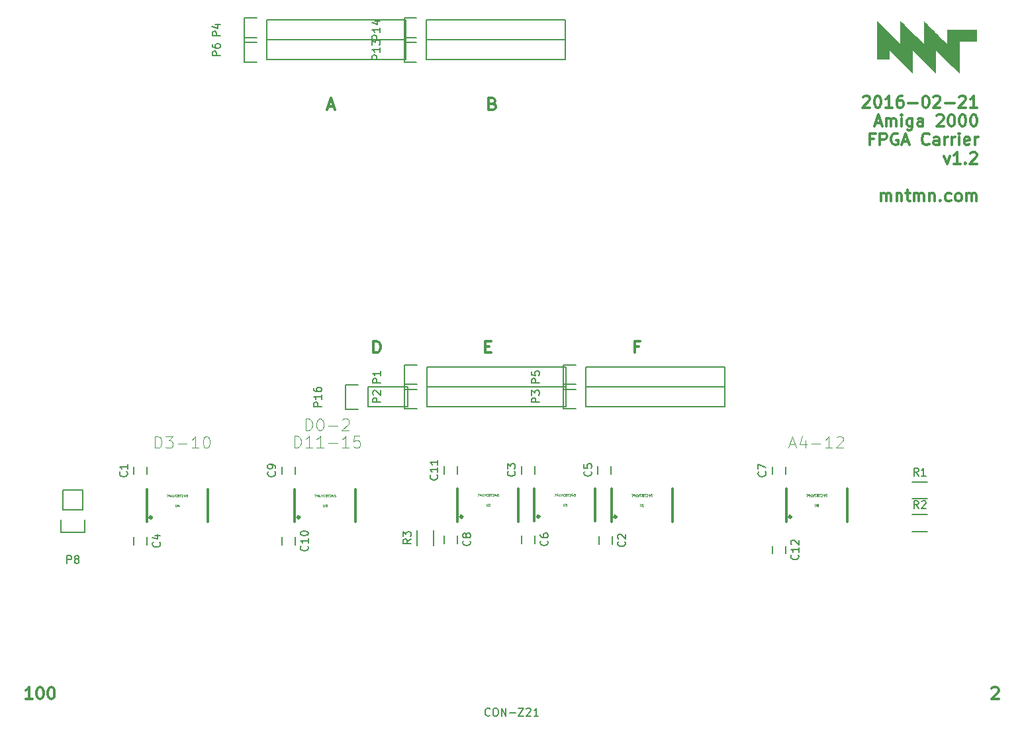
<source format=gbr>
G04 #@! TF.FileFunction,Legend,Top*
%FSLAX46Y46*%
G04 Gerber Fmt 4.6, Leading zero omitted, Abs format (unit mm)*
G04 Created by KiCad (PCBNEW (2015-10-16 BZR 6271)-product) date Sun 21 Feb 2016 04:12:30 PM CET*
%MOMM*%
G01*
G04 APERTURE LIST*
%ADD10C,0.100000*%
%ADD11C,0.300000*%
%ADD12C,0.150000*%
%ADD13C,0.010000*%
%ADD14C,0.381000*%
%ADD15C,0.299720*%
%ADD16C,0.074930*%
%ADD17C,0.076200*%
G04 APERTURE END LIST*
D10*
D11*
X211407429Y-131909429D02*
X211478858Y-131838000D01*
X211621715Y-131766571D01*
X211978858Y-131766571D01*
X212121715Y-131838000D01*
X212193144Y-131909429D01*
X212264572Y-132052286D01*
X212264572Y-132195143D01*
X212193144Y-132409429D01*
X211336001Y-133266571D01*
X212264572Y-133266571D01*
X88662001Y-133266571D02*
X87804858Y-133266571D01*
X88233430Y-133266571D02*
X88233430Y-131766571D01*
X88090573Y-131980857D01*
X87947715Y-132123714D01*
X87804858Y-132195143D01*
X89590572Y-131766571D02*
X89733429Y-131766571D01*
X89876286Y-131838000D01*
X89947715Y-131909429D01*
X90019144Y-132052286D01*
X90090572Y-132338000D01*
X90090572Y-132695143D01*
X90019144Y-132980857D01*
X89947715Y-133123714D01*
X89876286Y-133195143D01*
X89733429Y-133266571D01*
X89590572Y-133266571D01*
X89447715Y-133195143D01*
X89376286Y-133123714D01*
X89304858Y-132980857D01*
X89233429Y-132695143D01*
X89233429Y-132338000D01*
X89304858Y-132052286D01*
X89376286Y-131909429D01*
X89447715Y-131838000D01*
X89590572Y-131766571D01*
X91019143Y-131766571D02*
X91162000Y-131766571D01*
X91304857Y-131838000D01*
X91376286Y-131909429D01*
X91447715Y-132052286D01*
X91519143Y-132338000D01*
X91519143Y-132695143D01*
X91447715Y-132980857D01*
X91376286Y-133123714D01*
X91304857Y-133195143D01*
X91162000Y-133266571D01*
X91019143Y-133266571D01*
X90876286Y-133195143D01*
X90804857Y-133123714D01*
X90733429Y-132980857D01*
X90662000Y-132695143D01*
X90662000Y-132338000D01*
X90733429Y-132052286D01*
X90804857Y-131909429D01*
X90876286Y-131838000D01*
X91019143Y-131766571D01*
X194946860Y-56186429D02*
X195018289Y-56115000D01*
X195161146Y-56043571D01*
X195518289Y-56043571D01*
X195661146Y-56115000D01*
X195732575Y-56186429D01*
X195804003Y-56329286D01*
X195804003Y-56472143D01*
X195732575Y-56686429D01*
X194875432Y-57543571D01*
X195804003Y-57543571D01*
X196732574Y-56043571D02*
X196875431Y-56043571D01*
X197018288Y-56115000D01*
X197089717Y-56186429D01*
X197161146Y-56329286D01*
X197232574Y-56615000D01*
X197232574Y-56972143D01*
X197161146Y-57257857D01*
X197089717Y-57400714D01*
X197018288Y-57472143D01*
X196875431Y-57543571D01*
X196732574Y-57543571D01*
X196589717Y-57472143D01*
X196518288Y-57400714D01*
X196446860Y-57257857D01*
X196375431Y-56972143D01*
X196375431Y-56615000D01*
X196446860Y-56329286D01*
X196518288Y-56186429D01*
X196589717Y-56115000D01*
X196732574Y-56043571D01*
X198661145Y-57543571D02*
X197804002Y-57543571D01*
X198232574Y-57543571D02*
X198232574Y-56043571D01*
X198089717Y-56257857D01*
X197946859Y-56400714D01*
X197804002Y-56472143D01*
X199946859Y-56043571D02*
X199661145Y-56043571D01*
X199518288Y-56115000D01*
X199446859Y-56186429D01*
X199304002Y-56400714D01*
X199232573Y-56686429D01*
X199232573Y-57257857D01*
X199304002Y-57400714D01*
X199375430Y-57472143D01*
X199518288Y-57543571D01*
X199804002Y-57543571D01*
X199946859Y-57472143D01*
X200018288Y-57400714D01*
X200089716Y-57257857D01*
X200089716Y-56900714D01*
X200018288Y-56757857D01*
X199946859Y-56686429D01*
X199804002Y-56615000D01*
X199518288Y-56615000D01*
X199375430Y-56686429D01*
X199304002Y-56757857D01*
X199232573Y-56900714D01*
X200732573Y-56972143D02*
X201875430Y-56972143D01*
X202875430Y-56043571D02*
X203018287Y-56043571D01*
X203161144Y-56115000D01*
X203232573Y-56186429D01*
X203304002Y-56329286D01*
X203375430Y-56615000D01*
X203375430Y-56972143D01*
X203304002Y-57257857D01*
X203232573Y-57400714D01*
X203161144Y-57472143D01*
X203018287Y-57543571D01*
X202875430Y-57543571D01*
X202732573Y-57472143D01*
X202661144Y-57400714D01*
X202589716Y-57257857D01*
X202518287Y-56972143D01*
X202518287Y-56615000D01*
X202589716Y-56329286D01*
X202661144Y-56186429D01*
X202732573Y-56115000D01*
X202875430Y-56043571D01*
X203946858Y-56186429D02*
X204018287Y-56115000D01*
X204161144Y-56043571D01*
X204518287Y-56043571D01*
X204661144Y-56115000D01*
X204732573Y-56186429D01*
X204804001Y-56329286D01*
X204804001Y-56472143D01*
X204732573Y-56686429D01*
X203875430Y-57543571D01*
X204804001Y-57543571D01*
X205446858Y-56972143D02*
X206589715Y-56972143D01*
X207232572Y-56186429D02*
X207304001Y-56115000D01*
X207446858Y-56043571D01*
X207804001Y-56043571D01*
X207946858Y-56115000D01*
X208018287Y-56186429D01*
X208089715Y-56329286D01*
X208089715Y-56472143D01*
X208018287Y-56686429D01*
X207161144Y-57543571D01*
X208089715Y-57543571D01*
X209518286Y-57543571D02*
X208661143Y-57543571D01*
X209089715Y-57543571D02*
X209089715Y-56043571D01*
X208946858Y-56257857D01*
X208804000Y-56400714D01*
X208661143Y-56472143D01*
X196518287Y-59515000D02*
X197232573Y-59515000D01*
X196375430Y-59943571D02*
X196875430Y-58443571D01*
X197375430Y-59943571D01*
X197875430Y-59943571D02*
X197875430Y-58943571D01*
X197875430Y-59086429D02*
X197946858Y-59015000D01*
X198089716Y-58943571D01*
X198304001Y-58943571D01*
X198446858Y-59015000D01*
X198518287Y-59157857D01*
X198518287Y-59943571D01*
X198518287Y-59157857D02*
X198589716Y-59015000D01*
X198732573Y-58943571D01*
X198946858Y-58943571D01*
X199089716Y-59015000D01*
X199161144Y-59157857D01*
X199161144Y-59943571D01*
X199875430Y-59943571D02*
X199875430Y-58943571D01*
X199875430Y-58443571D02*
X199804001Y-58515000D01*
X199875430Y-58586429D01*
X199946858Y-58515000D01*
X199875430Y-58443571D01*
X199875430Y-58586429D01*
X201232573Y-58943571D02*
X201232573Y-60157857D01*
X201161144Y-60300714D01*
X201089716Y-60372143D01*
X200946859Y-60443571D01*
X200732573Y-60443571D01*
X200589716Y-60372143D01*
X201232573Y-59872143D02*
X201089716Y-59943571D01*
X200804002Y-59943571D01*
X200661144Y-59872143D01*
X200589716Y-59800714D01*
X200518287Y-59657857D01*
X200518287Y-59229286D01*
X200589716Y-59086429D01*
X200661144Y-59015000D01*
X200804002Y-58943571D01*
X201089716Y-58943571D01*
X201232573Y-59015000D01*
X202589716Y-59943571D02*
X202589716Y-59157857D01*
X202518287Y-59015000D01*
X202375430Y-58943571D01*
X202089716Y-58943571D01*
X201946859Y-59015000D01*
X202589716Y-59872143D02*
X202446859Y-59943571D01*
X202089716Y-59943571D01*
X201946859Y-59872143D01*
X201875430Y-59729286D01*
X201875430Y-59586429D01*
X201946859Y-59443571D01*
X202089716Y-59372143D01*
X202446859Y-59372143D01*
X202589716Y-59300714D01*
X204375430Y-58586429D02*
X204446859Y-58515000D01*
X204589716Y-58443571D01*
X204946859Y-58443571D01*
X205089716Y-58515000D01*
X205161145Y-58586429D01*
X205232573Y-58729286D01*
X205232573Y-58872143D01*
X205161145Y-59086429D01*
X204304002Y-59943571D01*
X205232573Y-59943571D01*
X206161144Y-58443571D02*
X206304001Y-58443571D01*
X206446858Y-58515000D01*
X206518287Y-58586429D01*
X206589716Y-58729286D01*
X206661144Y-59015000D01*
X206661144Y-59372143D01*
X206589716Y-59657857D01*
X206518287Y-59800714D01*
X206446858Y-59872143D01*
X206304001Y-59943571D01*
X206161144Y-59943571D01*
X206018287Y-59872143D01*
X205946858Y-59800714D01*
X205875430Y-59657857D01*
X205804001Y-59372143D01*
X205804001Y-59015000D01*
X205875430Y-58729286D01*
X205946858Y-58586429D01*
X206018287Y-58515000D01*
X206161144Y-58443571D01*
X207589715Y-58443571D02*
X207732572Y-58443571D01*
X207875429Y-58515000D01*
X207946858Y-58586429D01*
X208018287Y-58729286D01*
X208089715Y-59015000D01*
X208089715Y-59372143D01*
X208018287Y-59657857D01*
X207946858Y-59800714D01*
X207875429Y-59872143D01*
X207732572Y-59943571D01*
X207589715Y-59943571D01*
X207446858Y-59872143D01*
X207375429Y-59800714D01*
X207304001Y-59657857D01*
X207232572Y-59372143D01*
X207232572Y-59015000D01*
X207304001Y-58729286D01*
X207375429Y-58586429D01*
X207446858Y-58515000D01*
X207589715Y-58443571D01*
X209018286Y-58443571D02*
X209161143Y-58443571D01*
X209304000Y-58515000D01*
X209375429Y-58586429D01*
X209446858Y-58729286D01*
X209518286Y-59015000D01*
X209518286Y-59372143D01*
X209446858Y-59657857D01*
X209375429Y-59800714D01*
X209304000Y-59872143D01*
X209161143Y-59943571D01*
X209018286Y-59943571D01*
X208875429Y-59872143D01*
X208804000Y-59800714D01*
X208732572Y-59657857D01*
X208661143Y-59372143D01*
X208661143Y-59015000D01*
X208732572Y-58729286D01*
X208804000Y-58586429D01*
X208875429Y-58515000D01*
X209018286Y-58443571D01*
X196304002Y-61557857D02*
X195804002Y-61557857D01*
X195804002Y-62343571D02*
X195804002Y-60843571D01*
X196518288Y-60843571D01*
X197089716Y-62343571D02*
X197089716Y-60843571D01*
X197661144Y-60843571D01*
X197804002Y-60915000D01*
X197875430Y-60986429D01*
X197946859Y-61129286D01*
X197946859Y-61343571D01*
X197875430Y-61486429D01*
X197804002Y-61557857D01*
X197661144Y-61629286D01*
X197089716Y-61629286D01*
X199375430Y-60915000D02*
X199232573Y-60843571D01*
X199018287Y-60843571D01*
X198804002Y-60915000D01*
X198661144Y-61057857D01*
X198589716Y-61200714D01*
X198518287Y-61486429D01*
X198518287Y-61700714D01*
X198589716Y-61986429D01*
X198661144Y-62129286D01*
X198804002Y-62272143D01*
X199018287Y-62343571D01*
X199161144Y-62343571D01*
X199375430Y-62272143D01*
X199446859Y-62200714D01*
X199446859Y-61700714D01*
X199161144Y-61700714D01*
X200018287Y-61915000D02*
X200732573Y-61915000D01*
X199875430Y-62343571D02*
X200375430Y-60843571D01*
X200875430Y-62343571D01*
X203375430Y-62200714D02*
X203304001Y-62272143D01*
X203089715Y-62343571D01*
X202946858Y-62343571D01*
X202732573Y-62272143D01*
X202589715Y-62129286D01*
X202518287Y-61986429D01*
X202446858Y-61700714D01*
X202446858Y-61486429D01*
X202518287Y-61200714D01*
X202589715Y-61057857D01*
X202732573Y-60915000D01*
X202946858Y-60843571D01*
X203089715Y-60843571D01*
X203304001Y-60915000D01*
X203375430Y-60986429D01*
X204661144Y-62343571D02*
X204661144Y-61557857D01*
X204589715Y-61415000D01*
X204446858Y-61343571D01*
X204161144Y-61343571D01*
X204018287Y-61415000D01*
X204661144Y-62272143D02*
X204518287Y-62343571D01*
X204161144Y-62343571D01*
X204018287Y-62272143D01*
X203946858Y-62129286D01*
X203946858Y-61986429D01*
X204018287Y-61843571D01*
X204161144Y-61772143D01*
X204518287Y-61772143D01*
X204661144Y-61700714D01*
X205375430Y-62343571D02*
X205375430Y-61343571D01*
X205375430Y-61629286D02*
X205446858Y-61486429D01*
X205518287Y-61415000D01*
X205661144Y-61343571D01*
X205804001Y-61343571D01*
X206304001Y-62343571D02*
X206304001Y-61343571D01*
X206304001Y-61629286D02*
X206375429Y-61486429D01*
X206446858Y-61415000D01*
X206589715Y-61343571D01*
X206732572Y-61343571D01*
X207232572Y-62343571D02*
X207232572Y-61343571D01*
X207232572Y-60843571D02*
X207161143Y-60915000D01*
X207232572Y-60986429D01*
X207304000Y-60915000D01*
X207232572Y-60843571D01*
X207232572Y-60986429D01*
X208518286Y-62272143D02*
X208375429Y-62343571D01*
X208089715Y-62343571D01*
X207946858Y-62272143D01*
X207875429Y-62129286D01*
X207875429Y-61557857D01*
X207946858Y-61415000D01*
X208089715Y-61343571D01*
X208375429Y-61343571D01*
X208518286Y-61415000D01*
X208589715Y-61557857D01*
X208589715Y-61700714D01*
X207875429Y-61843571D01*
X209232572Y-62343571D02*
X209232572Y-61343571D01*
X209232572Y-61629286D02*
X209304000Y-61486429D01*
X209375429Y-61415000D01*
X209518286Y-61343571D01*
X209661143Y-61343571D01*
X205304001Y-63743571D02*
X205661144Y-64743571D01*
X206018286Y-63743571D01*
X207375429Y-64743571D02*
X206518286Y-64743571D01*
X206946858Y-64743571D02*
X206946858Y-63243571D01*
X206804001Y-63457857D01*
X206661143Y-63600714D01*
X206518286Y-63672143D01*
X208018286Y-64600714D02*
X208089714Y-64672143D01*
X208018286Y-64743571D01*
X207946857Y-64672143D01*
X208018286Y-64600714D01*
X208018286Y-64743571D01*
X208661143Y-63386429D02*
X208732572Y-63315000D01*
X208875429Y-63243571D01*
X209232572Y-63243571D01*
X209375429Y-63315000D01*
X209446858Y-63386429D01*
X209518286Y-63529286D01*
X209518286Y-63672143D01*
X209446858Y-63886429D01*
X208589715Y-64743571D01*
X209518286Y-64743571D01*
X197232571Y-69543571D02*
X197232571Y-68543571D01*
X197232571Y-68686429D02*
X197303999Y-68615000D01*
X197446857Y-68543571D01*
X197661142Y-68543571D01*
X197803999Y-68615000D01*
X197875428Y-68757857D01*
X197875428Y-69543571D01*
X197875428Y-68757857D02*
X197946857Y-68615000D01*
X198089714Y-68543571D01*
X198303999Y-68543571D01*
X198446857Y-68615000D01*
X198518285Y-68757857D01*
X198518285Y-69543571D01*
X199232571Y-68543571D02*
X199232571Y-69543571D01*
X199232571Y-68686429D02*
X199303999Y-68615000D01*
X199446857Y-68543571D01*
X199661142Y-68543571D01*
X199803999Y-68615000D01*
X199875428Y-68757857D01*
X199875428Y-69543571D01*
X200375428Y-68543571D02*
X200946857Y-68543571D01*
X200589714Y-68043571D02*
X200589714Y-69329286D01*
X200661142Y-69472143D01*
X200804000Y-69543571D01*
X200946857Y-69543571D01*
X201446857Y-69543571D02*
X201446857Y-68543571D01*
X201446857Y-68686429D02*
X201518285Y-68615000D01*
X201661143Y-68543571D01*
X201875428Y-68543571D01*
X202018285Y-68615000D01*
X202089714Y-68757857D01*
X202089714Y-69543571D01*
X202089714Y-68757857D02*
X202161143Y-68615000D01*
X202304000Y-68543571D01*
X202518285Y-68543571D01*
X202661143Y-68615000D01*
X202732571Y-68757857D01*
X202732571Y-69543571D01*
X203446857Y-68543571D02*
X203446857Y-69543571D01*
X203446857Y-68686429D02*
X203518285Y-68615000D01*
X203661143Y-68543571D01*
X203875428Y-68543571D01*
X204018285Y-68615000D01*
X204089714Y-68757857D01*
X204089714Y-69543571D01*
X204804000Y-69400714D02*
X204875428Y-69472143D01*
X204804000Y-69543571D01*
X204732571Y-69472143D01*
X204804000Y-69400714D01*
X204804000Y-69543571D01*
X206161143Y-69472143D02*
X206018286Y-69543571D01*
X205732572Y-69543571D01*
X205589714Y-69472143D01*
X205518286Y-69400714D01*
X205446857Y-69257857D01*
X205446857Y-68829286D01*
X205518286Y-68686429D01*
X205589714Y-68615000D01*
X205732572Y-68543571D01*
X206018286Y-68543571D01*
X206161143Y-68615000D01*
X207018286Y-69543571D02*
X206875428Y-69472143D01*
X206804000Y-69400714D01*
X206732571Y-69257857D01*
X206732571Y-68829286D01*
X206804000Y-68686429D01*
X206875428Y-68615000D01*
X207018286Y-68543571D01*
X207232571Y-68543571D01*
X207375428Y-68615000D01*
X207446857Y-68686429D01*
X207518286Y-68829286D01*
X207518286Y-69257857D01*
X207446857Y-69400714D01*
X207375428Y-69472143D01*
X207232571Y-69543571D01*
X207018286Y-69543571D01*
X208161143Y-69543571D02*
X208161143Y-68543571D01*
X208161143Y-68686429D02*
X208232571Y-68615000D01*
X208375429Y-68543571D01*
X208589714Y-68543571D01*
X208732571Y-68615000D01*
X208804000Y-68757857D01*
X208804000Y-69543571D01*
X208804000Y-68757857D02*
X208875429Y-68615000D01*
X209018286Y-68543571D01*
X209232571Y-68543571D01*
X209375429Y-68615000D01*
X209446857Y-68757857D01*
X209446857Y-69543571D01*
D10*
X185547429Y-100707000D02*
X186261715Y-100707000D01*
X185404572Y-101135571D02*
X185904572Y-99635571D01*
X186404572Y-101135571D01*
X187547429Y-100135571D02*
X187547429Y-101135571D01*
X187190286Y-99564143D02*
X186833143Y-100635571D01*
X187761715Y-100635571D01*
X188333143Y-100564143D02*
X189476000Y-100564143D01*
X190976000Y-101135571D02*
X190118857Y-101135571D01*
X190547429Y-101135571D02*
X190547429Y-99635571D01*
X190404572Y-99849857D01*
X190261714Y-99992714D01*
X190118857Y-100064143D01*
X191547428Y-99778429D02*
X191618857Y-99707000D01*
X191761714Y-99635571D01*
X192118857Y-99635571D01*
X192261714Y-99707000D01*
X192333143Y-99778429D01*
X192404571Y-99921286D01*
X192404571Y-100064143D01*
X192333143Y-100278429D01*
X191476000Y-101135571D01*
X192404571Y-101135571D01*
X123615001Y-98892571D02*
X123615001Y-97392571D01*
X123972144Y-97392571D01*
X124186429Y-97464000D01*
X124329287Y-97606857D01*
X124400715Y-97749714D01*
X124472144Y-98035429D01*
X124472144Y-98249714D01*
X124400715Y-98535429D01*
X124329287Y-98678286D01*
X124186429Y-98821143D01*
X123972144Y-98892571D01*
X123615001Y-98892571D01*
X125400715Y-97392571D02*
X125543572Y-97392571D01*
X125686429Y-97464000D01*
X125757858Y-97535429D01*
X125829287Y-97678286D01*
X125900715Y-97964000D01*
X125900715Y-98321143D01*
X125829287Y-98606857D01*
X125757858Y-98749714D01*
X125686429Y-98821143D01*
X125543572Y-98892571D01*
X125400715Y-98892571D01*
X125257858Y-98821143D01*
X125186429Y-98749714D01*
X125115001Y-98606857D01*
X125043572Y-98321143D01*
X125043572Y-97964000D01*
X125115001Y-97678286D01*
X125186429Y-97535429D01*
X125257858Y-97464000D01*
X125400715Y-97392571D01*
X126543572Y-98321143D02*
X127686429Y-98321143D01*
X128329286Y-97535429D02*
X128400715Y-97464000D01*
X128543572Y-97392571D01*
X128900715Y-97392571D01*
X129043572Y-97464000D01*
X129115001Y-97535429D01*
X129186429Y-97678286D01*
X129186429Y-97821143D01*
X129115001Y-98035429D01*
X128257858Y-98892571D01*
X129186429Y-98892571D01*
X122186430Y-101092571D02*
X122186430Y-99592571D01*
X122543573Y-99592571D01*
X122757858Y-99664000D01*
X122900716Y-99806857D01*
X122972144Y-99949714D01*
X123043573Y-100235429D01*
X123043573Y-100449714D01*
X122972144Y-100735429D01*
X122900716Y-100878286D01*
X122757858Y-101021143D01*
X122543573Y-101092571D01*
X122186430Y-101092571D01*
X124472144Y-101092571D02*
X123615001Y-101092571D01*
X124043573Y-101092571D02*
X124043573Y-99592571D01*
X123900716Y-99806857D01*
X123757858Y-99949714D01*
X123615001Y-100021143D01*
X125900715Y-101092571D02*
X125043572Y-101092571D01*
X125472144Y-101092571D02*
X125472144Y-99592571D01*
X125329287Y-99806857D01*
X125186429Y-99949714D01*
X125043572Y-100021143D01*
X126543572Y-100521143D02*
X127686429Y-100521143D01*
X129186429Y-101092571D02*
X128329286Y-101092571D01*
X128757858Y-101092571D02*
X128757858Y-99592571D01*
X128615001Y-99806857D01*
X128472143Y-99949714D01*
X128329286Y-100021143D01*
X130543572Y-99592571D02*
X129829286Y-99592571D01*
X129757857Y-100306857D01*
X129829286Y-100235429D01*
X129972143Y-100164000D01*
X130329286Y-100164000D01*
X130472143Y-100235429D01*
X130543572Y-100306857D01*
X130615000Y-100449714D01*
X130615000Y-100806857D01*
X130543572Y-100949714D01*
X130472143Y-101021143D01*
X130329286Y-101092571D01*
X129972143Y-101092571D01*
X129829286Y-101021143D01*
X129757857Y-100949714D01*
X104358715Y-101135571D02*
X104358715Y-99635571D01*
X104715858Y-99635571D01*
X104930143Y-99707000D01*
X105073001Y-99849857D01*
X105144429Y-99992714D01*
X105215858Y-100278429D01*
X105215858Y-100492714D01*
X105144429Y-100778429D01*
X105073001Y-100921286D01*
X104930143Y-101064143D01*
X104715858Y-101135571D01*
X104358715Y-101135571D01*
X105715858Y-99635571D02*
X106644429Y-99635571D01*
X106144429Y-100207000D01*
X106358715Y-100207000D01*
X106501572Y-100278429D01*
X106573001Y-100349857D01*
X106644429Y-100492714D01*
X106644429Y-100849857D01*
X106573001Y-100992714D01*
X106501572Y-101064143D01*
X106358715Y-101135571D01*
X105930143Y-101135571D01*
X105787286Y-101064143D01*
X105715858Y-100992714D01*
X107287286Y-100564143D02*
X108430143Y-100564143D01*
X109930143Y-101135571D02*
X109073000Y-101135571D01*
X109501572Y-101135571D02*
X109501572Y-99635571D01*
X109358715Y-99849857D01*
X109215857Y-99992714D01*
X109073000Y-100064143D01*
X110858714Y-99635571D02*
X111001571Y-99635571D01*
X111144428Y-99707000D01*
X111215857Y-99778429D01*
X111287286Y-99921286D01*
X111358714Y-100207000D01*
X111358714Y-100564143D01*
X111287286Y-100849857D01*
X111215857Y-100992714D01*
X111144428Y-101064143D01*
X111001571Y-101135571D01*
X110858714Y-101135571D01*
X110715857Y-101064143D01*
X110644428Y-100992714D01*
X110573000Y-100849857D01*
X110501571Y-100564143D01*
X110501571Y-100207000D01*
X110573000Y-99921286D01*
X110644428Y-99778429D01*
X110715857Y-99707000D01*
X110858714Y-99635571D01*
D11*
X132322143Y-88943571D02*
X132322143Y-87443571D01*
X132679286Y-87443571D01*
X132893571Y-87515000D01*
X133036429Y-87657857D01*
X133107857Y-87800714D01*
X133179286Y-88086429D01*
X133179286Y-88300714D01*
X133107857Y-88586429D01*
X133036429Y-88729286D01*
X132893571Y-88872143D01*
X132679286Y-88943571D01*
X132322143Y-88943571D01*
X166203286Y-88157857D02*
X165703286Y-88157857D01*
X165703286Y-88943571D02*
X165703286Y-87443571D01*
X166417572Y-87443571D01*
X146617572Y-88157857D02*
X147117572Y-88157857D01*
X147331858Y-88943571D02*
X146617572Y-88943571D01*
X146617572Y-87443571D01*
X147331858Y-87443571D01*
X147554143Y-57042857D02*
X147768429Y-57114286D01*
X147839857Y-57185714D01*
X147911286Y-57328571D01*
X147911286Y-57542857D01*
X147839857Y-57685714D01*
X147768429Y-57757143D01*
X147625571Y-57828571D01*
X147054143Y-57828571D01*
X147054143Y-56328571D01*
X147554143Y-56328571D01*
X147697000Y-56400000D01*
X147768429Y-56471429D01*
X147839857Y-56614286D01*
X147839857Y-56757143D01*
X147768429Y-56900000D01*
X147697000Y-56971429D01*
X147554143Y-57042857D01*
X147054143Y-57042857D01*
X126515857Y-57400000D02*
X127230143Y-57400000D01*
X126373000Y-57828571D02*
X126873000Y-56328571D01*
X127373000Y-57828571D01*
D12*
X139128500Y-90805000D02*
X156908500Y-90805000D01*
X156908500Y-90805000D02*
X156908500Y-93345000D01*
X156908500Y-93345000D02*
X139128500Y-93345000D01*
X136308500Y-90525000D02*
X137858500Y-90525000D01*
X139128500Y-90805000D02*
X139128500Y-93345000D01*
X137858500Y-93625000D02*
X136308500Y-93625000D01*
X136308500Y-93625000D02*
X136308500Y-90525000D01*
X139128500Y-93281500D02*
X156908500Y-93281500D01*
X156908500Y-93281500D02*
X156908500Y-95821500D01*
X156908500Y-95821500D02*
X139128500Y-95821500D01*
X136308500Y-93001500D02*
X137858500Y-93001500D01*
X139128500Y-93281500D02*
X139128500Y-95821500D01*
X137858500Y-96101500D02*
X136308500Y-96101500D01*
X136308500Y-96101500D02*
X136308500Y-93001500D01*
X159448500Y-93281500D02*
X177228500Y-93281500D01*
X177228500Y-93281500D02*
X177228500Y-95821500D01*
X177228500Y-95821500D02*
X159448500Y-95821500D01*
X156628500Y-93001500D02*
X158178500Y-93001500D01*
X159448500Y-93281500D02*
X159448500Y-95821500D01*
X158178500Y-96101500D02*
X156628500Y-96101500D01*
X156628500Y-96101500D02*
X156628500Y-93001500D01*
X118618000Y-46355000D02*
X136398000Y-46355000D01*
X136398000Y-46355000D02*
X136398000Y-48895000D01*
X136398000Y-48895000D02*
X118618000Y-48895000D01*
X115798000Y-46075000D02*
X117348000Y-46075000D01*
X118618000Y-46355000D02*
X118618000Y-48895000D01*
X117348000Y-49175000D02*
X115798000Y-49175000D01*
X115798000Y-49175000D02*
X115798000Y-46075000D01*
X159448500Y-90805000D02*
X177228500Y-90805000D01*
X177228500Y-90805000D02*
X177228500Y-93345000D01*
X177228500Y-93345000D02*
X159448500Y-93345000D01*
X156628500Y-90525000D02*
X158178500Y-90525000D01*
X159448500Y-90805000D02*
X159448500Y-93345000D01*
X158178500Y-93625000D02*
X156628500Y-93625000D01*
X156628500Y-93625000D02*
X156628500Y-90525000D01*
X118618000Y-48895000D02*
X136398000Y-48895000D01*
X136398000Y-48895000D02*
X136398000Y-51435000D01*
X136398000Y-51435000D02*
X118618000Y-51435000D01*
X115798000Y-48615000D02*
X117348000Y-48615000D01*
X118618000Y-48895000D02*
X118618000Y-51435000D01*
X117348000Y-51715000D02*
X115798000Y-51715000D01*
X115798000Y-51715000D02*
X115798000Y-48615000D01*
X101639000Y-103513000D02*
X101639000Y-104513000D01*
X103339000Y-104513000D02*
X103339000Y-103513000D01*
X162838500Y-113466500D02*
X162838500Y-112466500D01*
X161138500Y-112466500D02*
X161138500Y-113466500D01*
X151232500Y-103449500D02*
X151232500Y-104449500D01*
X152932500Y-104449500D02*
X152932500Y-103449500D01*
X103339000Y-113530000D02*
X103339000Y-112530000D01*
X101639000Y-112530000D02*
X101639000Y-113530000D01*
X161011500Y-103449500D02*
X161011500Y-104449500D01*
X162711500Y-104449500D02*
X162711500Y-103449500D01*
X152932500Y-113339500D02*
X152932500Y-112339500D01*
X151232500Y-112339500D02*
X151232500Y-113339500D01*
X183300000Y-103513000D02*
X183300000Y-104513000D01*
X185000000Y-104513000D02*
X185000000Y-103513000D01*
X143026500Y-113339500D02*
X143026500Y-112339500D01*
X141326500Y-112339500D02*
X141326500Y-113339500D01*
X120562000Y-103513000D02*
X120562000Y-104513000D01*
X122262000Y-104513000D02*
X122262000Y-103513000D01*
X122262000Y-113530000D02*
X122262000Y-112530000D01*
X120562000Y-112530000D02*
X120562000Y-113530000D01*
X141326500Y-103449500D02*
X141326500Y-104449500D01*
X143026500Y-104449500D02*
X143026500Y-103449500D01*
X185000000Y-114673000D02*
X185000000Y-113673000D01*
X183300000Y-113673000D02*
X183300000Y-114673000D01*
X203184000Y-107628000D02*
X201184000Y-107628000D01*
X201184000Y-105478000D02*
X203184000Y-105478000D01*
X203184000Y-111819000D02*
X201184000Y-111819000D01*
X201184000Y-109669000D02*
X203184000Y-109669000D01*
X140013000Y-111649000D02*
X140013000Y-113649000D01*
X137863000Y-113649000D02*
X137863000Y-111649000D01*
X92583000Y-109093000D02*
X92583000Y-106553000D01*
X92303000Y-111913000D02*
X92303000Y-110363000D01*
X92583000Y-109093000D02*
X95123000Y-109093000D01*
X95403000Y-110363000D02*
X95403000Y-111913000D01*
X95403000Y-111913000D02*
X92303000Y-111913000D01*
X95123000Y-109093000D02*
X95123000Y-106553000D01*
X95123000Y-106553000D02*
X92583000Y-106553000D01*
X139065000Y-48895000D02*
X156845000Y-48895000D01*
X156845000Y-48895000D02*
X156845000Y-51435000D01*
X156845000Y-51435000D02*
X139065000Y-51435000D01*
X136245000Y-48615000D02*
X137795000Y-48615000D01*
X139065000Y-48895000D02*
X139065000Y-51435000D01*
X137795000Y-51715000D02*
X136245000Y-51715000D01*
X136245000Y-51715000D02*
X136245000Y-48615000D01*
X139065000Y-46355000D02*
X156845000Y-46355000D01*
X156845000Y-46355000D02*
X156845000Y-48895000D01*
X156845000Y-48895000D02*
X139065000Y-48895000D01*
X136245000Y-46075000D02*
X137795000Y-46075000D01*
X139065000Y-46355000D02*
X139065000Y-48895000D01*
X137795000Y-49175000D02*
X136245000Y-49175000D01*
X136245000Y-49175000D02*
X136245000Y-46075000D01*
X131572000Y-95885000D02*
X136652000Y-95885000D01*
X136652000Y-95885000D02*
X136652000Y-93345000D01*
X136652000Y-93345000D02*
X131572000Y-93345000D01*
X128752000Y-93065000D02*
X130302000Y-93065000D01*
X131572000Y-93345000D02*
X131572000Y-95885000D01*
X130302000Y-96165000D02*
X128752000Y-96165000D01*
X128752000Y-96165000D02*
X128752000Y-93065000D01*
D13*
G36*
X198215250Y-47984833D02*
X199707500Y-49476971D01*
X199707500Y-48000652D01*
X199707721Y-47754887D01*
X199708359Y-47521923D01*
X199709378Y-47305152D01*
X199710741Y-47107969D01*
X199712413Y-46933765D01*
X199714356Y-46785934D01*
X199716535Y-46667870D01*
X199718913Y-46582966D01*
X199721453Y-46534614D01*
X199723319Y-46524334D01*
X199740191Y-46538981D01*
X199784921Y-46581576D01*
X199855464Y-46650098D01*
X199949778Y-46742525D01*
X200065820Y-46856836D01*
X200201547Y-46991011D01*
X200354916Y-47143028D01*
X200523885Y-47310866D01*
X200706410Y-47492503D01*
X200900449Y-47685920D01*
X201103958Y-47889095D01*
X201215569Y-48000652D01*
X202692000Y-49476970D01*
X202692000Y-48000652D01*
X202692222Y-47754887D01*
X202692865Y-47521923D01*
X202693891Y-47305152D01*
X202695264Y-47107968D01*
X202696948Y-46933765D01*
X202698905Y-46785934D01*
X202701100Y-46667870D01*
X202703495Y-46582966D01*
X202706053Y-46534614D01*
X202707932Y-46524334D01*
X202724823Y-46538982D01*
X202769564Y-46581576D01*
X202840109Y-46650092D01*
X202934410Y-46742505D01*
X203050422Y-46856789D01*
X203186096Y-46990920D01*
X203339387Y-47142873D01*
X203508248Y-47310622D01*
X203690633Y-47492143D01*
X203884493Y-47685411D01*
X204087783Y-47888400D01*
X204194834Y-47995417D01*
X204402159Y-48202599D01*
X204601102Y-48401097D01*
X204789617Y-48588884D01*
X204965656Y-48763936D01*
X205127173Y-48924228D01*
X205272121Y-49067735D01*
X205398454Y-49192431D01*
X205504124Y-49296293D01*
X205587086Y-49377295D01*
X205645291Y-49433412D01*
X205676694Y-49462619D01*
X205681735Y-49466500D01*
X205685017Y-49446038D01*
X205688071Y-49387467D01*
X205690827Y-49295011D01*
X205693213Y-49172896D01*
X205695159Y-49025345D01*
X205696595Y-48856582D01*
X205697449Y-48670833D01*
X205697667Y-48514000D01*
X205697667Y-47561500D01*
X209423000Y-47561500D01*
X209423000Y-49042793D01*
X208306459Y-49048271D01*
X207189917Y-49053750D01*
X207184517Y-51075003D01*
X207179118Y-53096256D01*
X204194834Y-50112196D01*
X204194834Y-53096471D01*
X201210622Y-50112485D01*
X201205186Y-51599264D01*
X201199750Y-53086044D01*
X199712792Y-51599082D01*
X198225834Y-50112121D01*
X198225834Y-51286834D01*
X196723000Y-51286834D01*
X196723000Y-46492696D01*
X198215250Y-47984833D01*
X198215250Y-47984833D01*
G37*
X198215250Y-47984833D02*
X199707500Y-49476971D01*
X199707500Y-48000652D01*
X199707721Y-47754887D01*
X199708359Y-47521923D01*
X199709378Y-47305152D01*
X199710741Y-47107969D01*
X199712413Y-46933765D01*
X199714356Y-46785934D01*
X199716535Y-46667870D01*
X199718913Y-46582966D01*
X199721453Y-46534614D01*
X199723319Y-46524334D01*
X199740191Y-46538981D01*
X199784921Y-46581576D01*
X199855464Y-46650098D01*
X199949778Y-46742525D01*
X200065820Y-46856836D01*
X200201547Y-46991011D01*
X200354916Y-47143028D01*
X200523885Y-47310866D01*
X200706410Y-47492503D01*
X200900449Y-47685920D01*
X201103958Y-47889095D01*
X201215569Y-48000652D01*
X202692000Y-49476970D01*
X202692000Y-48000652D01*
X202692222Y-47754887D01*
X202692865Y-47521923D01*
X202693891Y-47305152D01*
X202695264Y-47107968D01*
X202696948Y-46933765D01*
X202698905Y-46785934D01*
X202701100Y-46667870D01*
X202703495Y-46582966D01*
X202706053Y-46534614D01*
X202707932Y-46524334D01*
X202724823Y-46538982D01*
X202769564Y-46581576D01*
X202840109Y-46650092D01*
X202934410Y-46742505D01*
X203050422Y-46856789D01*
X203186096Y-46990920D01*
X203339387Y-47142873D01*
X203508248Y-47310622D01*
X203690633Y-47492143D01*
X203884493Y-47685411D01*
X204087783Y-47888400D01*
X204194834Y-47995417D01*
X204402159Y-48202599D01*
X204601102Y-48401097D01*
X204789617Y-48588884D01*
X204965656Y-48763936D01*
X205127173Y-48924228D01*
X205272121Y-49067735D01*
X205398454Y-49192431D01*
X205504124Y-49296293D01*
X205587086Y-49377295D01*
X205645291Y-49433412D01*
X205676694Y-49462619D01*
X205681735Y-49466500D01*
X205685017Y-49446038D01*
X205688071Y-49387467D01*
X205690827Y-49295011D01*
X205693213Y-49172896D01*
X205695159Y-49025345D01*
X205696595Y-48856582D01*
X205697449Y-48670833D01*
X205697667Y-48514000D01*
X205697667Y-47561500D01*
X209423000Y-47561500D01*
X209423000Y-49042793D01*
X208306459Y-49048271D01*
X207189917Y-49053750D01*
X207184517Y-51075003D01*
X207179118Y-53096256D01*
X204194834Y-50112196D01*
X204194834Y-53096471D01*
X201210622Y-50112485D01*
X201205186Y-51599264D01*
X201199750Y-53086044D01*
X199712792Y-51599082D01*
X198225834Y-50112121D01*
X198225834Y-51286834D01*
X196723000Y-51286834D01*
X196723000Y-46492696D01*
X198215250Y-47984833D01*
D14*
X185676540Y-109959140D02*
G75*
G03X185676540Y-109959140I-101600J0D01*
G01*
D15*
X192874900Y-106359960D02*
X192874900Y-110556040D01*
X185077100Y-106359960D02*
X185077100Y-110556040D01*
D14*
X103888540Y-110022640D02*
G75*
G03X103888540Y-110022640I-101600J0D01*
G01*
D15*
X111086900Y-106423460D02*
X111086900Y-110619540D01*
X103289100Y-106423460D02*
X103289100Y-110619540D01*
D14*
X153482040Y-109921040D02*
G75*
G03X153482040Y-109921040I-101600J0D01*
G01*
D15*
X160680400Y-106321860D02*
X160680400Y-110517940D01*
X152882600Y-106321860D02*
X152882600Y-110517940D01*
D14*
X143652240Y-109946440D02*
G75*
G03X143652240Y-109946440I-101600J0D01*
G01*
D15*
X150850600Y-106347260D02*
X150850600Y-110543340D01*
X143052800Y-106347260D02*
X143052800Y-110543340D01*
D14*
X163324540Y-109959140D02*
G75*
G03X163324540Y-109959140I-101600J0D01*
G01*
D15*
X170522900Y-106359960D02*
X170522900Y-110556040D01*
X162725100Y-106359960D02*
X162725100Y-110556040D01*
D14*
X122811540Y-110022640D02*
G75*
G03X122811540Y-110022640I-101600J0D01*
G01*
D15*
X130009900Y-106423460D02*
X130009900Y-110619540D01*
X122212100Y-106423460D02*
X122212100Y-110619540D01*
D12*
X147201286Y-135350143D02*
X147153667Y-135397762D01*
X147010810Y-135445381D01*
X146915572Y-135445381D01*
X146772714Y-135397762D01*
X146677476Y-135302524D01*
X146629857Y-135207286D01*
X146582238Y-135016810D01*
X146582238Y-134873952D01*
X146629857Y-134683476D01*
X146677476Y-134588238D01*
X146772714Y-134493000D01*
X146915572Y-134445381D01*
X147010810Y-134445381D01*
X147153667Y-134493000D01*
X147201286Y-134540619D01*
X147820333Y-134445381D02*
X148010810Y-134445381D01*
X148106048Y-134493000D01*
X148201286Y-134588238D01*
X148248905Y-134778714D01*
X148248905Y-135112048D01*
X148201286Y-135302524D01*
X148106048Y-135397762D01*
X148010810Y-135445381D01*
X147820333Y-135445381D01*
X147725095Y-135397762D01*
X147629857Y-135302524D01*
X147582238Y-135112048D01*
X147582238Y-134778714D01*
X147629857Y-134588238D01*
X147725095Y-134493000D01*
X147820333Y-134445381D01*
X148677476Y-135445381D02*
X148677476Y-134445381D01*
X149248905Y-135445381D01*
X149248905Y-134445381D01*
X149725095Y-135064429D02*
X150487000Y-135064429D01*
X150867952Y-134445381D02*
X151534619Y-134445381D01*
X150867952Y-135445381D01*
X151534619Y-135445381D01*
X151867952Y-134540619D02*
X151915571Y-134493000D01*
X152010809Y-134445381D01*
X152248905Y-134445381D01*
X152344143Y-134493000D01*
X152391762Y-134540619D01*
X152439381Y-134635857D01*
X152439381Y-134731095D01*
X152391762Y-134873952D01*
X151820333Y-135445381D01*
X152439381Y-135445381D01*
X153391762Y-135445381D02*
X152820333Y-135445381D01*
X153106047Y-135445381D02*
X153106047Y-134445381D01*
X153010809Y-134588238D01*
X152915571Y-134683476D01*
X152820333Y-134731095D01*
X133210881Y-92813095D02*
X132210881Y-92813095D01*
X132210881Y-92432142D01*
X132258500Y-92336904D01*
X132306119Y-92289285D01*
X132401357Y-92241666D01*
X132544214Y-92241666D01*
X132639452Y-92289285D01*
X132687071Y-92336904D01*
X132734690Y-92432142D01*
X132734690Y-92813095D01*
X133210881Y-91289285D02*
X133210881Y-91860714D01*
X133210881Y-91575000D02*
X132210881Y-91575000D01*
X132353738Y-91670238D01*
X132448976Y-91765476D01*
X132496595Y-91860714D01*
X133210881Y-95289595D02*
X132210881Y-95289595D01*
X132210881Y-94908642D01*
X132258500Y-94813404D01*
X132306119Y-94765785D01*
X132401357Y-94718166D01*
X132544214Y-94718166D01*
X132639452Y-94765785D01*
X132687071Y-94813404D01*
X132734690Y-94908642D01*
X132734690Y-95289595D01*
X132306119Y-94337214D02*
X132258500Y-94289595D01*
X132210881Y-94194357D01*
X132210881Y-93956261D01*
X132258500Y-93861023D01*
X132306119Y-93813404D01*
X132401357Y-93765785D01*
X132496595Y-93765785D01*
X132639452Y-93813404D01*
X133210881Y-94384833D01*
X133210881Y-93765785D01*
X153530881Y-95289595D02*
X152530881Y-95289595D01*
X152530881Y-94908642D01*
X152578500Y-94813404D01*
X152626119Y-94765785D01*
X152721357Y-94718166D01*
X152864214Y-94718166D01*
X152959452Y-94765785D01*
X153007071Y-94813404D01*
X153054690Y-94908642D01*
X153054690Y-95289595D01*
X152530881Y-94384833D02*
X152530881Y-93765785D01*
X152911833Y-94099119D01*
X152911833Y-93956261D01*
X152959452Y-93861023D01*
X153007071Y-93813404D01*
X153102310Y-93765785D01*
X153340405Y-93765785D01*
X153435643Y-93813404D01*
X153483262Y-93861023D01*
X153530881Y-93956261D01*
X153530881Y-94241976D01*
X153483262Y-94337214D01*
X153435643Y-94384833D01*
X112700381Y-48363095D02*
X111700381Y-48363095D01*
X111700381Y-47982142D01*
X111748000Y-47886904D01*
X111795619Y-47839285D01*
X111890857Y-47791666D01*
X112033714Y-47791666D01*
X112128952Y-47839285D01*
X112176571Y-47886904D01*
X112224190Y-47982142D01*
X112224190Y-48363095D01*
X112033714Y-46934523D02*
X112700381Y-46934523D01*
X111652762Y-47172619D02*
X112367048Y-47410714D01*
X112367048Y-46791666D01*
X153530881Y-92813095D02*
X152530881Y-92813095D01*
X152530881Y-92432142D01*
X152578500Y-92336904D01*
X152626119Y-92289285D01*
X152721357Y-92241666D01*
X152864214Y-92241666D01*
X152959452Y-92289285D01*
X153007071Y-92336904D01*
X153054690Y-92432142D01*
X153054690Y-92813095D01*
X152530881Y-91336904D02*
X152530881Y-91813095D01*
X153007071Y-91860714D01*
X152959452Y-91813095D01*
X152911833Y-91717857D01*
X152911833Y-91479761D01*
X152959452Y-91384523D01*
X153007071Y-91336904D01*
X153102310Y-91289285D01*
X153340405Y-91289285D01*
X153435643Y-91336904D01*
X153483262Y-91384523D01*
X153530881Y-91479761D01*
X153530881Y-91717857D01*
X153483262Y-91813095D01*
X153435643Y-91860714D01*
X112700381Y-50903095D02*
X111700381Y-50903095D01*
X111700381Y-50522142D01*
X111748000Y-50426904D01*
X111795619Y-50379285D01*
X111890857Y-50331666D01*
X112033714Y-50331666D01*
X112128952Y-50379285D01*
X112176571Y-50426904D01*
X112224190Y-50522142D01*
X112224190Y-50903095D01*
X111700381Y-49474523D02*
X111700381Y-49665000D01*
X111748000Y-49760238D01*
X111795619Y-49807857D01*
X111938476Y-49903095D01*
X112128952Y-49950714D01*
X112509905Y-49950714D01*
X112605143Y-49903095D01*
X112652762Y-49855476D01*
X112700381Y-49760238D01*
X112700381Y-49569761D01*
X112652762Y-49474523D01*
X112605143Y-49426904D01*
X112509905Y-49379285D01*
X112271810Y-49379285D01*
X112176571Y-49426904D01*
X112128952Y-49474523D01*
X112081333Y-49569761D01*
X112081333Y-49760238D01*
X112128952Y-49855476D01*
X112176571Y-49903095D01*
X112271810Y-49950714D01*
X100746143Y-104179666D02*
X100793762Y-104227285D01*
X100841381Y-104370142D01*
X100841381Y-104465380D01*
X100793762Y-104608238D01*
X100698524Y-104703476D01*
X100603286Y-104751095D01*
X100412810Y-104798714D01*
X100269952Y-104798714D01*
X100079476Y-104751095D01*
X99984238Y-104703476D01*
X99889000Y-104608238D01*
X99841381Y-104465380D01*
X99841381Y-104370142D01*
X99889000Y-104227285D01*
X99936619Y-104179666D01*
X100841381Y-103227285D02*
X100841381Y-103798714D01*
X100841381Y-103513000D02*
X99841381Y-103513000D01*
X99984238Y-103608238D01*
X100079476Y-103703476D01*
X100127095Y-103798714D01*
X164445643Y-113133166D02*
X164493262Y-113180785D01*
X164540881Y-113323642D01*
X164540881Y-113418880D01*
X164493262Y-113561738D01*
X164398024Y-113656976D01*
X164302786Y-113704595D01*
X164112310Y-113752214D01*
X163969452Y-113752214D01*
X163778976Y-113704595D01*
X163683738Y-113656976D01*
X163588500Y-113561738D01*
X163540881Y-113418880D01*
X163540881Y-113323642D01*
X163588500Y-113180785D01*
X163636119Y-113133166D01*
X163636119Y-112752214D02*
X163588500Y-112704595D01*
X163540881Y-112609357D01*
X163540881Y-112371261D01*
X163588500Y-112276023D01*
X163636119Y-112228404D01*
X163731357Y-112180785D01*
X163826595Y-112180785D01*
X163969452Y-112228404D01*
X164540881Y-112799833D01*
X164540881Y-112180785D01*
X150339643Y-104116166D02*
X150387262Y-104163785D01*
X150434881Y-104306642D01*
X150434881Y-104401880D01*
X150387262Y-104544738D01*
X150292024Y-104639976D01*
X150196786Y-104687595D01*
X150006310Y-104735214D01*
X149863452Y-104735214D01*
X149672976Y-104687595D01*
X149577738Y-104639976D01*
X149482500Y-104544738D01*
X149434881Y-104401880D01*
X149434881Y-104306642D01*
X149482500Y-104163785D01*
X149530119Y-104116166D01*
X149434881Y-103782833D02*
X149434881Y-103163785D01*
X149815833Y-103497119D01*
X149815833Y-103354261D01*
X149863452Y-103259023D01*
X149911071Y-103211404D01*
X150006310Y-103163785D01*
X150244405Y-103163785D01*
X150339643Y-103211404D01*
X150387262Y-103259023D01*
X150434881Y-103354261D01*
X150434881Y-103639976D01*
X150387262Y-103735214D01*
X150339643Y-103782833D01*
X104946143Y-113196666D02*
X104993762Y-113244285D01*
X105041381Y-113387142D01*
X105041381Y-113482380D01*
X104993762Y-113625238D01*
X104898524Y-113720476D01*
X104803286Y-113768095D01*
X104612810Y-113815714D01*
X104469952Y-113815714D01*
X104279476Y-113768095D01*
X104184238Y-113720476D01*
X104089000Y-113625238D01*
X104041381Y-113482380D01*
X104041381Y-113387142D01*
X104089000Y-113244285D01*
X104136619Y-113196666D01*
X104374714Y-112339523D02*
X105041381Y-112339523D01*
X103993762Y-112577619D02*
X104708048Y-112815714D01*
X104708048Y-112196666D01*
X160118643Y-104116166D02*
X160166262Y-104163785D01*
X160213881Y-104306642D01*
X160213881Y-104401880D01*
X160166262Y-104544738D01*
X160071024Y-104639976D01*
X159975786Y-104687595D01*
X159785310Y-104735214D01*
X159642452Y-104735214D01*
X159451976Y-104687595D01*
X159356738Y-104639976D01*
X159261500Y-104544738D01*
X159213881Y-104401880D01*
X159213881Y-104306642D01*
X159261500Y-104163785D01*
X159309119Y-104116166D01*
X159213881Y-103211404D02*
X159213881Y-103687595D01*
X159690071Y-103735214D01*
X159642452Y-103687595D01*
X159594833Y-103592357D01*
X159594833Y-103354261D01*
X159642452Y-103259023D01*
X159690071Y-103211404D01*
X159785310Y-103163785D01*
X160023405Y-103163785D01*
X160118643Y-103211404D01*
X160166262Y-103259023D01*
X160213881Y-103354261D01*
X160213881Y-103592357D01*
X160166262Y-103687595D01*
X160118643Y-103735214D01*
X154539643Y-113006166D02*
X154587262Y-113053785D01*
X154634881Y-113196642D01*
X154634881Y-113291880D01*
X154587262Y-113434738D01*
X154492024Y-113529976D01*
X154396786Y-113577595D01*
X154206310Y-113625214D01*
X154063452Y-113625214D01*
X153872976Y-113577595D01*
X153777738Y-113529976D01*
X153682500Y-113434738D01*
X153634881Y-113291880D01*
X153634881Y-113196642D01*
X153682500Y-113053785D01*
X153730119Y-113006166D01*
X153634881Y-112149023D02*
X153634881Y-112339500D01*
X153682500Y-112434738D01*
X153730119Y-112482357D01*
X153872976Y-112577595D01*
X154063452Y-112625214D01*
X154444405Y-112625214D01*
X154539643Y-112577595D01*
X154587262Y-112529976D01*
X154634881Y-112434738D01*
X154634881Y-112244261D01*
X154587262Y-112149023D01*
X154539643Y-112101404D01*
X154444405Y-112053785D01*
X154206310Y-112053785D01*
X154111071Y-112101404D01*
X154063452Y-112149023D01*
X154015833Y-112244261D01*
X154015833Y-112434738D01*
X154063452Y-112529976D01*
X154111071Y-112577595D01*
X154206310Y-112625214D01*
X182407143Y-104179666D02*
X182454762Y-104227285D01*
X182502381Y-104370142D01*
X182502381Y-104465380D01*
X182454762Y-104608238D01*
X182359524Y-104703476D01*
X182264286Y-104751095D01*
X182073810Y-104798714D01*
X181930952Y-104798714D01*
X181740476Y-104751095D01*
X181645238Y-104703476D01*
X181550000Y-104608238D01*
X181502381Y-104465380D01*
X181502381Y-104370142D01*
X181550000Y-104227285D01*
X181597619Y-104179666D01*
X181502381Y-103846333D02*
X181502381Y-103179666D01*
X182502381Y-103608238D01*
X144633643Y-113006166D02*
X144681262Y-113053785D01*
X144728881Y-113196642D01*
X144728881Y-113291880D01*
X144681262Y-113434738D01*
X144586024Y-113529976D01*
X144490786Y-113577595D01*
X144300310Y-113625214D01*
X144157452Y-113625214D01*
X143966976Y-113577595D01*
X143871738Y-113529976D01*
X143776500Y-113434738D01*
X143728881Y-113291880D01*
X143728881Y-113196642D01*
X143776500Y-113053785D01*
X143824119Y-113006166D01*
X144157452Y-112434738D02*
X144109833Y-112529976D01*
X144062214Y-112577595D01*
X143966976Y-112625214D01*
X143919357Y-112625214D01*
X143824119Y-112577595D01*
X143776500Y-112529976D01*
X143728881Y-112434738D01*
X143728881Y-112244261D01*
X143776500Y-112149023D01*
X143824119Y-112101404D01*
X143919357Y-112053785D01*
X143966976Y-112053785D01*
X144062214Y-112101404D01*
X144109833Y-112149023D01*
X144157452Y-112244261D01*
X144157452Y-112434738D01*
X144205071Y-112529976D01*
X144252690Y-112577595D01*
X144347929Y-112625214D01*
X144538405Y-112625214D01*
X144633643Y-112577595D01*
X144681262Y-112529976D01*
X144728881Y-112434738D01*
X144728881Y-112244261D01*
X144681262Y-112149023D01*
X144633643Y-112101404D01*
X144538405Y-112053785D01*
X144347929Y-112053785D01*
X144252690Y-112101404D01*
X144205071Y-112149023D01*
X144157452Y-112244261D01*
X119669143Y-104179666D02*
X119716762Y-104227285D01*
X119764381Y-104370142D01*
X119764381Y-104465380D01*
X119716762Y-104608238D01*
X119621524Y-104703476D01*
X119526286Y-104751095D01*
X119335810Y-104798714D01*
X119192952Y-104798714D01*
X119002476Y-104751095D01*
X118907238Y-104703476D01*
X118812000Y-104608238D01*
X118764381Y-104465380D01*
X118764381Y-104370142D01*
X118812000Y-104227285D01*
X118859619Y-104179666D01*
X119764381Y-103703476D02*
X119764381Y-103513000D01*
X119716762Y-103417761D01*
X119669143Y-103370142D01*
X119526286Y-103274904D01*
X119335810Y-103227285D01*
X118954857Y-103227285D01*
X118859619Y-103274904D01*
X118812000Y-103322523D01*
X118764381Y-103417761D01*
X118764381Y-103608238D01*
X118812000Y-103703476D01*
X118859619Y-103751095D01*
X118954857Y-103798714D01*
X119192952Y-103798714D01*
X119288190Y-103751095D01*
X119335810Y-103703476D01*
X119383429Y-103608238D01*
X119383429Y-103417761D01*
X119335810Y-103322523D01*
X119288190Y-103274904D01*
X119192952Y-103227285D01*
X123869143Y-113672857D02*
X123916762Y-113720476D01*
X123964381Y-113863333D01*
X123964381Y-113958571D01*
X123916762Y-114101429D01*
X123821524Y-114196667D01*
X123726286Y-114244286D01*
X123535810Y-114291905D01*
X123392952Y-114291905D01*
X123202476Y-114244286D01*
X123107238Y-114196667D01*
X123012000Y-114101429D01*
X122964381Y-113958571D01*
X122964381Y-113863333D01*
X123012000Y-113720476D01*
X123059619Y-113672857D01*
X123964381Y-112720476D02*
X123964381Y-113291905D01*
X123964381Y-113006191D02*
X122964381Y-113006191D01*
X123107238Y-113101429D01*
X123202476Y-113196667D01*
X123250095Y-113291905D01*
X122964381Y-112101429D02*
X122964381Y-112006190D01*
X123012000Y-111910952D01*
X123059619Y-111863333D01*
X123154857Y-111815714D01*
X123345333Y-111768095D01*
X123583429Y-111768095D01*
X123773905Y-111815714D01*
X123869143Y-111863333D01*
X123916762Y-111910952D01*
X123964381Y-112006190D01*
X123964381Y-112101429D01*
X123916762Y-112196667D01*
X123869143Y-112244286D01*
X123773905Y-112291905D01*
X123583429Y-112339524D01*
X123345333Y-112339524D01*
X123154857Y-112291905D01*
X123059619Y-112244286D01*
X123012000Y-112196667D01*
X122964381Y-112101429D01*
X140433643Y-104592357D02*
X140481262Y-104639976D01*
X140528881Y-104782833D01*
X140528881Y-104878071D01*
X140481262Y-105020929D01*
X140386024Y-105116167D01*
X140290786Y-105163786D01*
X140100310Y-105211405D01*
X139957452Y-105211405D01*
X139766976Y-105163786D01*
X139671738Y-105116167D01*
X139576500Y-105020929D01*
X139528881Y-104878071D01*
X139528881Y-104782833D01*
X139576500Y-104639976D01*
X139624119Y-104592357D01*
X140528881Y-103639976D02*
X140528881Y-104211405D01*
X140528881Y-103925691D02*
X139528881Y-103925691D01*
X139671738Y-104020929D01*
X139766976Y-104116167D01*
X139814595Y-104211405D01*
X140528881Y-102687595D02*
X140528881Y-103259024D01*
X140528881Y-102973310D02*
X139528881Y-102973310D01*
X139671738Y-103068548D01*
X139766976Y-103163786D01*
X139814595Y-103259024D01*
X186607143Y-114815857D02*
X186654762Y-114863476D01*
X186702381Y-115006333D01*
X186702381Y-115101571D01*
X186654762Y-115244429D01*
X186559524Y-115339667D01*
X186464286Y-115387286D01*
X186273810Y-115434905D01*
X186130952Y-115434905D01*
X185940476Y-115387286D01*
X185845238Y-115339667D01*
X185750000Y-115244429D01*
X185702381Y-115101571D01*
X185702381Y-115006333D01*
X185750000Y-114863476D01*
X185797619Y-114815857D01*
X186702381Y-113863476D02*
X186702381Y-114434905D01*
X186702381Y-114149191D02*
X185702381Y-114149191D01*
X185845238Y-114244429D01*
X185940476Y-114339667D01*
X185988095Y-114434905D01*
X185797619Y-113482524D02*
X185750000Y-113434905D01*
X185702381Y-113339667D01*
X185702381Y-113101571D01*
X185750000Y-113006333D01*
X185797619Y-112958714D01*
X185892857Y-112911095D01*
X185988095Y-112911095D01*
X186130952Y-112958714D01*
X186702381Y-113530143D01*
X186702381Y-112911095D01*
X202017334Y-104705381D02*
X201684000Y-104229190D01*
X201445905Y-104705381D02*
X201445905Y-103705381D01*
X201826858Y-103705381D01*
X201922096Y-103753000D01*
X201969715Y-103800619D01*
X202017334Y-103895857D01*
X202017334Y-104038714D01*
X201969715Y-104133952D01*
X201922096Y-104181571D01*
X201826858Y-104229190D01*
X201445905Y-104229190D01*
X202969715Y-104705381D02*
X202398286Y-104705381D01*
X202684000Y-104705381D02*
X202684000Y-103705381D01*
X202588762Y-103848238D01*
X202493524Y-103943476D01*
X202398286Y-103991095D01*
X202017334Y-108896381D02*
X201684000Y-108420190D01*
X201445905Y-108896381D02*
X201445905Y-107896381D01*
X201826858Y-107896381D01*
X201922096Y-107944000D01*
X201969715Y-107991619D01*
X202017334Y-108086857D01*
X202017334Y-108229714D01*
X201969715Y-108324952D01*
X201922096Y-108372571D01*
X201826858Y-108420190D01*
X201445905Y-108420190D01*
X202398286Y-107991619D02*
X202445905Y-107944000D01*
X202541143Y-107896381D01*
X202779239Y-107896381D01*
X202874477Y-107944000D01*
X202922096Y-107991619D01*
X202969715Y-108086857D01*
X202969715Y-108182095D01*
X202922096Y-108324952D01*
X202350667Y-108896381D01*
X202969715Y-108896381D01*
X137090381Y-112815666D02*
X136614190Y-113149000D01*
X137090381Y-113387095D02*
X136090381Y-113387095D01*
X136090381Y-113006142D01*
X136138000Y-112910904D01*
X136185619Y-112863285D01*
X136280857Y-112815666D01*
X136423714Y-112815666D01*
X136518952Y-112863285D01*
X136566571Y-112910904D01*
X136614190Y-113006142D01*
X136614190Y-113387095D01*
X136090381Y-112482333D02*
X136090381Y-111863285D01*
X136471333Y-112196619D01*
X136471333Y-112053761D01*
X136518952Y-111958523D01*
X136566571Y-111910904D01*
X136661810Y-111863285D01*
X136899905Y-111863285D01*
X136995143Y-111910904D01*
X137042762Y-111958523D01*
X137090381Y-112053761D01*
X137090381Y-112339476D01*
X137042762Y-112434714D01*
X136995143Y-112482333D01*
X93114905Y-115915381D02*
X93114905Y-114915381D01*
X93495858Y-114915381D01*
X93591096Y-114963000D01*
X93638715Y-115010619D01*
X93686334Y-115105857D01*
X93686334Y-115248714D01*
X93638715Y-115343952D01*
X93591096Y-115391571D01*
X93495858Y-115439190D01*
X93114905Y-115439190D01*
X94257762Y-115343952D02*
X94162524Y-115296333D01*
X94114905Y-115248714D01*
X94067286Y-115153476D01*
X94067286Y-115105857D01*
X94114905Y-115010619D01*
X94162524Y-114963000D01*
X94257762Y-114915381D01*
X94448239Y-114915381D01*
X94543477Y-114963000D01*
X94591096Y-115010619D01*
X94638715Y-115105857D01*
X94638715Y-115153476D01*
X94591096Y-115248714D01*
X94543477Y-115296333D01*
X94448239Y-115343952D01*
X94257762Y-115343952D01*
X94162524Y-115391571D01*
X94114905Y-115439190D01*
X94067286Y-115534429D01*
X94067286Y-115724905D01*
X94114905Y-115820143D01*
X94162524Y-115867762D01*
X94257762Y-115915381D01*
X94448239Y-115915381D01*
X94543477Y-115867762D01*
X94591096Y-115820143D01*
X94638715Y-115724905D01*
X94638715Y-115534429D01*
X94591096Y-115439190D01*
X94543477Y-115391571D01*
X94448239Y-115343952D01*
X133147381Y-51379286D02*
X132147381Y-51379286D01*
X132147381Y-50998333D01*
X132195000Y-50903095D01*
X132242619Y-50855476D01*
X132337857Y-50807857D01*
X132480714Y-50807857D01*
X132575952Y-50855476D01*
X132623571Y-50903095D01*
X132671190Y-50998333D01*
X132671190Y-51379286D01*
X133147381Y-49855476D02*
X133147381Y-50426905D01*
X133147381Y-50141191D02*
X132147381Y-50141191D01*
X132290238Y-50236429D01*
X132385476Y-50331667D01*
X132433095Y-50426905D01*
X132147381Y-49522143D02*
X132147381Y-48903095D01*
X132528333Y-49236429D01*
X132528333Y-49093571D01*
X132575952Y-48998333D01*
X132623571Y-48950714D01*
X132718810Y-48903095D01*
X132956905Y-48903095D01*
X133052143Y-48950714D01*
X133099762Y-48998333D01*
X133147381Y-49093571D01*
X133147381Y-49379286D01*
X133099762Y-49474524D01*
X133052143Y-49522143D01*
X133147381Y-48839286D02*
X132147381Y-48839286D01*
X132147381Y-48458333D01*
X132195000Y-48363095D01*
X132242619Y-48315476D01*
X132337857Y-48267857D01*
X132480714Y-48267857D01*
X132575952Y-48315476D01*
X132623571Y-48363095D01*
X132671190Y-48458333D01*
X132671190Y-48839286D01*
X133147381Y-47315476D02*
X133147381Y-47886905D01*
X133147381Y-47601191D02*
X132147381Y-47601191D01*
X132290238Y-47696429D01*
X132385476Y-47791667D01*
X132433095Y-47886905D01*
X132480714Y-46458333D02*
X133147381Y-46458333D01*
X132099762Y-46696429D02*
X132814048Y-46934524D01*
X132814048Y-46315476D01*
X125654381Y-95829286D02*
X124654381Y-95829286D01*
X124654381Y-95448333D01*
X124702000Y-95353095D01*
X124749619Y-95305476D01*
X124844857Y-95257857D01*
X124987714Y-95257857D01*
X125082952Y-95305476D01*
X125130571Y-95353095D01*
X125178190Y-95448333D01*
X125178190Y-95829286D01*
X125654381Y-94305476D02*
X125654381Y-94876905D01*
X125654381Y-94591191D02*
X124654381Y-94591191D01*
X124797238Y-94686429D01*
X124892476Y-94781667D01*
X124940095Y-94876905D01*
X124654381Y-93448333D02*
X124654381Y-93638810D01*
X124702000Y-93734048D01*
X124749619Y-93781667D01*
X124892476Y-93876905D01*
X125082952Y-93924524D01*
X125463905Y-93924524D01*
X125559143Y-93876905D01*
X125606762Y-93829286D01*
X125654381Y-93734048D01*
X125654381Y-93543571D01*
X125606762Y-93448333D01*
X125559143Y-93400714D01*
X125463905Y-93353095D01*
X125225810Y-93353095D01*
X125130571Y-93400714D01*
X125082952Y-93448333D01*
X125035333Y-93543571D01*
X125035333Y-93734048D01*
X125082952Y-93829286D01*
X125130571Y-93876905D01*
X125225810Y-93924524D01*
D16*
X188747642Y-108293868D02*
X188747642Y-108536498D01*
X188761914Y-108565043D01*
X188776187Y-108579315D01*
X188804731Y-108593588D01*
X188861821Y-108593588D01*
X188890366Y-108579315D01*
X188904638Y-108565043D01*
X188918910Y-108536498D01*
X188918910Y-108293868D01*
X189204358Y-108293868D02*
X189061634Y-108293868D01*
X189047362Y-108436591D01*
X189061634Y-108422319D01*
X189090179Y-108408047D01*
X189161541Y-108408047D01*
X189190085Y-108422319D01*
X189204358Y-108436591D01*
X189218630Y-108465136D01*
X189218630Y-108536498D01*
X189204358Y-108565043D01*
X189190085Y-108579315D01*
X189161541Y-108593588D01*
X189090179Y-108593588D01*
X189061634Y-108579315D01*
X189047362Y-108565043D01*
D17*
D16*
X187648668Y-107023868D02*
X187848481Y-107023868D01*
X187720030Y-107323588D01*
X188091112Y-107123774D02*
X188091112Y-107323588D01*
X188019750Y-107009595D02*
X187948389Y-107223681D01*
X188133929Y-107223681D01*
X188390833Y-107323588D02*
X188248109Y-107323588D01*
X188248109Y-107023868D01*
X188447922Y-107023868D02*
X188547828Y-107323588D01*
X188647735Y-107023868D01*
X188918910Y-107295043D02*
X188904638Y-107309315D01*
X188861821Y-107323588D01*
X188833276Y-107323588D01*
X188790459Y-107309315D01*
X188761914Y-107280770D01*
X188747642Y-107252226D01*
X188733370Y-107195136D01*
X188733370Y-107152319D01*
X188747642Y-107095230D01*
X188761914Y-107066685D01*
X188790459Y-107038140D01*
X188833276Y-107023868D01*
X188861821Y-107023868D01*
X188904638Y-107038140D01*
X188918910Y-107052412D01*
X189090179Y-107152319D02*
X189061634Y-107138047D01*
X189047362Y-107123774D01*
X189033090Y-107095230D01*
X189033090Y-107080957D01*
X189047362Y-107052412D01*
X189061634Y-107038140D01*
X189090179Y-107023868D01*
X189147269Y-107023868D01*
X189175813Y-107038140D01*
X189190086Y-107052412D01*
X189204358Y-107080957D01*
X189204358Y-107095230D01*
X189190086Y-107123774D01*
X189175813Y-107138047D01*
X189147269Y-107152319D01*
X189090179Y-107152319D01*
X189061634Y-107166591D01*
X189047362Y-107180864D01*
X189033090Y-107209409D01*
X189033090Y-107266498D01*
X189047362Y-107295043D01*
X189061634Y-107309315D01*
X189090179Y-107323588D01*
X189147269Y-107323588D01*
X189175813Y-107309315D01*
X189190086Y-107295043D01*
X189204358Y-107266498D01*
X189204358Y-107209409D01*
X189190086Y-107180864D01*
X189175813Y-107166591D01*
X189147269Y-107152319D01*
X189289993Y-107023868D02*
X189461261Y-107023868D01*
X189375627Y-107323588D02*
X189375627Y-107023868D01*
X189546896Y-107052412D02*
X189561168Y-107038140D01*
X189589713Y-107023868D01*
X189661075Y-107023868D01*
X189689619Y-107038140D01*
X189703892Y-107052412D01*
X189718164Y-107080957D01*
X189718164Y-107109502D01*
X189703892Y-107152319D01*
X189532623Y-107323588D01*
X189718164Y-107323588D01*
X189975067Y-107123774D02*
X189975067Y-107323588D01*
X189903705Y-107009595D02*
X189832344Y-107223681D01*
X190017884Y-107223681D01*
X190274788Y-107023868D02*
X190132064Y-107023868D01*
X190117792Y-107166591D01*
X190132064Y-107152319D01*
X190160609Y-107138047D01*
X190231971Y-107138047D01*
X190260515Y-107152319D01*
X190274788Y-107166591D01*
X190289060Y-107195136D01*
X190289060Y-107266498D01*
X190274788Y-107295043D01*
X190260515Y-107309315D01*
X190231971Y-107323588D01*
X190160609Y-107323588D01*
X190132064Y-107309315D01*
X190117792Y-107295043D01*
D17*
D16*
X106959642Y-108357368D02*
X106959642Y-108599998D01*
X106973914Y-108628543D01*
X106988187Y-108642815D01*
X107016731Y-108657088D01*
X107073821Y-108657088D01*
X107102366Y-108642815D01*
X107116638Y-108628543D01*
X107130910Y-108599998D01*
X107130910Y-108357368D01*
X107402085Y-108457274D02*
X107402085Y-108657088D01*
X107330723Y-108343095D02*
X107259362Y-108557181D01*
X107444902Y-108557181D01*
D17*
D16*
X105860668Y-107087368D02*
X106060481Y-107087368D01*
X105932030Y-107387088D01*
X106303112Y-107187274D02*
X106303112Y-107387088D01*
X106231750Y-107073095D02*
X106160389Y-107287181D01*
X106345929Y-107287181D01*
X106602833Y-107387088D02*
X106460109Y-107387088D01*
X106460109Y-107087368D01*
X106659922Y-107087368D02*
X106759828Y-107387088D01*
X106859735Y-107087368D01*
X107130910Y-107358543D02*
X107116638Y-107372815D01*
X107073821Y-107387088D01*
X107045276Y-107387088D01*
X107002459Y-107372815D01*
X106973914Y-107344270D01*
X106959642Y-107315726D01*
X106945370Y-107258636D01*
X106945370Y-107215819D01*
X106959642Y-107158730D01*
X106973914Y-107130185D01*
X107002459Y-107101640D01*
X107045276Y-107087368D01*
X107073821Y-107087368D01*
X107116638Y-107101640D01*
X107130910Y-107115912D01*
X107302179Y-107215819D02*
X107273634Y-107201547D01*
X107259362Y-107187274D01*
X107245090Y-107158730D01*
X107245090Y-107144457D01*
X107259362Y-107115912D01*
X107273634Y-107101640D01*
X107302179Y-107087368D01*
X107359269Y-107087368D01*
X107387813Y-107101640D01*
X107402086Y-107115912D01*
X107416358Y-107144457D01*
X107416358Y-107158730D01*
X107402086Y-107187274D01*
X107387813Y-107201547D01*
X107359269Y-107215819D01*
X107302179Y-107215819D01*
X107273634Y-107230091D01*
X107259362Y-107244364D01*
X107245090Y-107272909D01*
X107245090Y-107329998D01*
X107259362Y-107358543D01*
X107273634Y-107372815D01*
X107302179Y-107387088D01*
X107359269Y-107387088D01*
X107387813Y-107372815D01*
X107402086Y-107358543D01*
X107416358Y-107329998D01*
X107416358Y-107272909D01*
X107402086Y-107244364D01*
X107387813Y-107230091D01*
X107359269Y-107215819D01*
X107501993Y-107087368D02*
X107673261Y-107087368D01*
X107587627Y-107387088D02*
X107587627Y-107087368D01*
X107758896Y-107115912D02*
X107773168Y-107101640D01*
X107801713Y-107087368D01*
X107873075Y-107087368D01*
X107901619Y-107101640D01*
X107915892Y-107115912D01*
X107930164Y-107144457D01*
X107930164Y-107173002D01*
X107915892Y-107215819D01*
X107744623Y-107387088D01*
X107930164Y-107387088D01*
X108187067Y-107187274D02*
X108187067Y-107387088D01*
X108115705Y-107073095D02*
X108044344Y-107287181D01*
X108229884Y-107287181D01*
X108486788Y-107087368D02*
X108344064Y-107087368D01*
X108329792Y-107230091D01*
X108344064Y-107215819D01*
X108372609Y-107201547D01*
X108443971Y-107201547D01*
X108472515Y-107215819D01*
X108486788Y-107230091D01*
X108501060Y-107258636D01*
X108501060Y-107329998D01*
X108486788Y-107358543D01*
X108472515Y-107372815D01*
X108443971Y-107387088D01*
X108372609Y-107387088D01*
X108344064Y-107372815D01*
X108329792Y-107358543D01*
D17*
D16*
X156553142Y-108255768D02*
X156553142Y-108498398D01*
X156567414Y-108526943D01*
X156581687Y-108541215D01*
X156610231Y-108555488D01*
X156667321Y-108555488D01*
X156695866Y-108541215D01*
X156710138Y-108526943D01*
X156724410Y-108498398D01*
X156724410Y-108255768D01*
X156838589Y-108255768D02*
X157024130Y-108255768D01*
X156924223Y-108369947D01*
X156967041Y-108369947D01*
X156995585Y-108384219D01*
X157009858Y-108398491D01*
X157024130Y-108427036D01*
X157024130Y-108498398D01*
X157009858Y-108526943D01*
X156995585Y-108541215D01*
X156967041Y-108555488D01*
X156881406Y-108555488D01*
X156852862Y-108541215D01*
X156838589Y-108526943D01*
D17*
D16*
X155454168Y-106985768D02*
X155653981Y-106985768D01*
X155525530Y-107285488D01*
X155896612Y-107085674D02*
X155896612Y-107285488D01*
X155825250Y-106971495D02*
X155753889Y-107185581D01*
X155939429Y-107185581D01*
X156196333Y-107285488D02*
X156053609Y-107285488D01*
X156053609Y-106985768D01*
X156253422Y-106985768D02*
X156353328Y-107285488D01*
X156453235Y-106985768D01*
X156724410Y-107256943D02*
X156710138Y-107271215D01*
X156667321Y-107285488D01*
X156638776Y-107285488D01*
X156595959Y-107271215D01*
X156567414Y-107242670D01*
X156553142Y-107214126D01*
X156538870Y-107157036D01*
X156538870Y-107114219D01*
X156553142Y-107057130D01*
X156567414Y-107028585D01*
X156595959Y-107000040D01*
X156638776Y-106985768D01*
X156667321Y-106985768D01*
X156710138Y-107000040D01*
X156724410Y-107014312D01*
X156895679Y-107114219D02*
X156867134Y-107099947D01*
X156852862Y-107085674D01*
X156838590Y-107057130D01*
X156838590Y-107042857D01*
X156852862Y-107014312D01*
X156867134Y-107000040D01*
X156895679Y-106985768D01*
X156952769Y-106985768D01*
X156981313Y-107000040D01*
X156995586Y-107014312D01*
X157009858Y-107042857D01*
X157009858Y-107057130D01*
X156995586Y-107085674D01*
X156981313Y-107099947D01*
X156952769Y-107114219D01*
X156895679Y-107114219D01*
X156867134Y-107128491D01*
X156852862Y-107142764D01*
X156838590Y-107171309D01*
X156838590Y-107228398D01*
X156852862Y-107256943D01*
X156867134Y-107271215D01*
X156895679Y-107285488D01*
X156952769Y-107285488D01*
X156981313Y-107271215D01*
X156995586Y-107256943D01*
X157009858Y-107228398D01*
X157009858Y-107171309D01*
X156995586Y-107142764D01*
X156981313Y-107128491D01*
X156952769Y-107114219D01*
X157095493Y-106985768D02*
X157266761Y-106985768D01*
X157181127Y-107285488D02*
X157181127Y-106985768D01*
X157352396Y-107014312D02*
X157366668Y-107000040D01*
X157395213Y-106985768D01*
X157466575Y-106985768D01*
X157495119Y-107000040D01*
X157509392Y-107014312D01*
X157523664Y-107042857D01*
X157523664Y-107071402D01*
X157509392Y-107114219D01*
X157338123Y-107285488D01*
X157523664Y-107285488D01*
X157780567Y-107085674D02*
X157780567Y-107285488D01*
X157709205Y-106971495D02*
X157637844Y-107185581D01*
X157823384Y-107185581D01*
X158080288Y-106985768D02*
X157937564Y-106985768D01*
X157923292Y-107128491D01*
X157937564Y-107114219D01*
X157966109Y-107099947D01*
X158037471Y-107099947D01*
X158066015Y-107114219D01*
X158080288Y-107128491D01*
X158094560Y-107157036D01*
X158094560Y-107228398D01*
X158080288Y-107256943D01*
X158066015Y-107271215D01*
X158037471Y-107285488D01*
X157966109Y-107285488D01*
X157937564Y-107271215D01*
X157923292Y-107256943D01*
D17*
D16*
X146723342Y-108281168D02*
X146723342Y-108523798D01*
X146737614Y-108552343D01*
X146751887Y-108566615D01*
X146780431Y-108580888D01*
X146837521Y-108580888D01*
X146866066Y-108566615D01*
X146880338Y-108552343D01*
X146894610Y-108523798D01*
X146894610Y-108281168D01*
X147023062Y-108309712D02*
X147037334Y-108295440D01*
X147065879Y-108281168D01*
X147137241Y-108281168D01*
X147165785Y-108295440D01*
X147180058Y-108309712D01*
X147194330Y-108338257D01*
X147194330Y-108366802D01*
X147180058Y-108409619D01*
X147008789Y-108580888D01*
X147194330Y-108580888D01*
D17*
D16*
X145624368Y-107011168D02*
X145824181Y-107011168D01*
X145695730Y-107310888D01*
X146066812Y-107111074D02*
X146066812Y-107310888D01*
X145995450Y-106996895D02*
X145924089Y-107210981D01*
X146109629Y-107210981D01*
X146366533Y-107310888D02*
X146223809Y-107310888D01*
X146223809Y-107011168D01*
X146423622Y-107011168D02*
X146523528Y-107310888D01*
X146623435Y-107011168D01*
X146894610Y-107282343D02*
X146880338Y-107296615D01*
X146837521Y-107310888D01*
X146808976Y-107310888D01*
X146766159Y-107296615D01*
X146737614Y-107268070D01*
X146723342Y-107239526D01*
X146709070Y-107182436D01*
X146709070Y-107139619D01*
X146723342Y-107082530D01*
X146737614Y-107053985D01*
X146766159Y-107025440D01*
X146808976Y-107011168D01*
X146837521Y-107011168D01*
X146880338Y-107025440D01*
X146894610Y-107039712D01*
X147065879Y-107139619D02*
X147037334Y-107125347D01*
X147023062Y-107111074D01*
X147008790Y-107082530D01*
X147008790Y-107068257D01*
X147023062Y-107039712D01*
X147037334Y-107025440D01*
X147065879Y-107011168D01*
X147122969Y-107011168D01*
X147151513Y-107025440D01*
X147165786Y-107039712D01*
X147180058Y-107068257D01*
X147180058Y-107082530D01*
X147165786Y-107111074D01*
X147151513Y-107125347D01*
X147122969Y-107139619D01*
X147065879Y-107139619D01*
X147037334Y-107153891D01*
X147023062Y-107168164D01*
X147008790Y-107196709D01*
X147008790Y-107253798D01*
X147023062Y-107282343D01*
X147037334Y-107296615D01*
X147065879Y-107310888D01*
X147122969Y-107310888D01*
X147151513Y-107296615D01*
X147165786Y-107282343D01*
X147180058Y-107253798D01*
X147180058Y-107196709D01*
X147165786Y-107168164D01*
X147151513Y-107153891D01*
X147122969Y-107139619D01*
X147265693Y-107011168D02*
X147436961Y-107011168D01*
X147351327Y-107310888D02*
X147351327Y-107011168D01*
X147522596Y-107039712D02*
X147536868Y-107025440D01*
X147565413Y-107011168D01*
X147636775Y-107011168D01*
X147665319Y-107025440D01*
X147679592Y-107039712D01*
X147693864Y-107068257D01*
X147693864Y-107096802D01*
X147679592Y-107139619D01*
X147508323Y-107310888D01*
X147693864Y-107310888D01*
X147950767Y-107111074D02*
X147950767Y-107310888D01*
X147879405Y-106996895D02*
X147808044Y-107210981D01*
X147993584Y-107210981D01*
X148250488Y-107011168D02*
X148107764Y-107011168D01*
X148093492Y-107153891D01*
X148107764Y-107139619D01*
X148136309Y-107125347D01*
X148207671Y-107125347D01*
X148236215Y-107139619D01*
X148250488Y-107153891D01*
X148264760Y-107182436D01*
X148264760Y-107253798D01*
X148250488Y-107282343D01*
X148236215Y-107296615D01*
X148207671Y-107310888D01*
X148136309Y-107310888D01*
X148107764Y-107296615D01*
X148093492Y-107282343D01*
D17*
D16*
X166395642Y-108293868D02*
X166395642Y-108536498D01*
X166409914Y-108565043D01*
X166424187Y-108579315D01*
X166452731Y-108593588D01*
X166509821Y-108593588D01*
X166538366Y-108579315D01*
X166552638Y-108565043D01*
X166566910Y-108536498D01*
X166566910Y-108293868D01*
X166866630Y-108593588D02*
X166695362Y-108593588D01*
X166780996Y-108593588D02*
X166780996Y-108293868D01*
X166752451Y-108336685D01*
X166723906Y-108365230D01*
X166695362Y-108379502D01*
D17*
D16*
X165296668Y-107023868D02*
X165496481Y-107023868D01*
X165368030Y-107323588D01*
X165739112Y-107123774D02*
X165739112Y-107323588D01*
X165667750Y-107009595D02*
X165596389Y-107223681D01*
X165781929Y-107223681D01*
X166038833Y-107323588D02*
X165896109Y-107323588D01*
X165896109Y-107023868D01*
X166095922Y-107023868D02*
X166195828Y-107323588D01*
X166295735Y-107023868D01*
X166566910Y-107295043D02*
X166552638Y-107309315D01*
X166509821Y-107323588D01*
X166481276Y-107323588D01*
X166438459Y-107309315D01*
X166409914Y-107280770D01*
X166395642Y-107252226D01*
X166381370Y-107195136D01*
X166381370Y-107152319D01*
X166395642Y-107095230D01*
X166409914Y-107066685D01*
X166438459Y-107038140D01*
X166481276Y-107023868D01*
X166509821Y-107023868D01*
X166552638Y-107038140D01*
X166566910Y-107052412D01*
X166738179Y-107152319D02*
X166709634Y-107138047D01*
X166695362Y-107123774D01*
X166681090Y-107095230D01*
X166681090Y-107080957D01*
X166695362Y-107052412D01*
X166709634Y-107038140D01*
X166738179Y-107023868D01*
X166795269Y-107023868D01*
X166823813Y-107038140D01*
X166838086Y-107052412D01*
X166852358Y-107080957D01*
X166852358Y-107095230D01*
X166838086Y-107123774D01*
X166823813Y-107138047D01*
X166795269Y-107152319D01*
X166738179Y-107152319D01*
X166709634Y-107166591D01*
X166695362Y-107180864D01*
X166681090Y-107209409D01*
X166681090Y-107266498D01*
X166695362Y-107295043D01*
X166709634Y-107309315D01*
X166738179Y-107323588D01*
X166795269Y-107323588D01*
X166823813Y-107309315D01*
X166838086Y-107295043D01*
X166852358Y-107266498D01*
X166852358Y-107209409D01*
X166838086Y-107180864D01*
X166823813Y-107166591D01*
X166795269Y-107152319D01*
X166937993Y-107023868D02*
X167109261Y-107023868D01*
X167023627Y-107323588D02*
X167023627Y-107023868D01*
X167194896Y-107052412D02*
X167209168Y-107038140D01*
X167237713Y-107023868D01*
X167309075Y-107023868D01*
X167337619Y-107038140D01*
X167351892Y-107052412D01*
X167366164Y-107080957D01*
X167366164Y-107109502D01*
X167351892Y-107152319D01*
X167180623Y-107323588D01*
X167366164Y-107323588D01*
X167623067Y-107123774D02*
X167623067Y-107323588D01*
X167551705Y-107009595D02*
X167480344Y-107223681D01*
X167665884Y-107223681D01*
X167922788Y-107023868D02*
X167780064Y-107023868D01*
X167765792Y-107166591D01*
X167780064Y-107152319D01*
X167808609Y-107138047D01*
X167879971Y-107138047D01*
X167908515Y-107152319D01*
X167922788Y-107166591D01*
X167937060Y-107195136D01*
X167937060Y-107266498D01*
X167922788Y-107295043D01*
X167908515Y-107309315D01*
X167879971Y-107323588D01*
X167808609Y-107323588D01*
X167780064Y-107309315D01*
X167765792Y-107295043D01*
D17*
D16*
X125882642Y-108357368D02*
X125882642Y-108599998D01*
X125896914Y-108628543D01*
X125911187Y-108642815D01*
X125939731Y-108657088D01*
X125996821Y-108657088D01*
X126025366Y-108642815D01*
X126039638Y-108628543D01*
X126053910Y-108599998D01*
X126053910Y-108357368D01*
X126325085Y-108357368D02*
X126267996Y-108357368D01*
X126239451Y-108371640D01*
X126225179Y-108385912D01*
X126196634Y-108428730D01*
X126182362Y-108485819D01*
X126182362Y-108599998D01*
X126196634Y-108628543D01*
X126210906Y-108642815D01*
X126239451Y-108657088D01*
X126296541Y-108657088D01*
X126325085Y-108642815D01*
X126339358Y-108628543D01*
X126353630Y-108599998D01*
X126353630Y-108528636D01*
X126339358Y-108500091D01*
X126325085Y-108485819D01*
X126296541Y-108471547D01*
X126239451Y-108471547D01*
X126210906Y-108485819D01*
X126196634Y-108500091D01*
X126182362Y-108528636D01*
D17*
D16*
X124783668Y-107087368D02*
X124983481Y-107087368D01*
X124855030Y-107387088D01*
X125226112Y-107187274D02*
X125226112Y-107387088D01*
X125154750Y-107073095D02*
X125083389Y-107287181D01*
X125268929Y-107287181D01*
X125525833Y-107387088D02*
X125383109Y-107387088D01*
X125383109Y-107087368D01*
X125582922Y-107087368D02*
X125682828Y-107387088D01*
X125782735Y-107087368D01*
X126053910Y-107358543D02*
X126039638Y-107372815D01*
X125996821Y-107387088D01*
X125968276Y-107387088D01*
X125925459Y-107372815D01*
X125896914Y-107344270D01*
X125882642Y-107315726D01*
X125868370Y-107258636D01*
X125868370Y-107215819D01*
X125882642Y-107158730D01*
X125896914Y-107130185D01*
X125925459Y-107101640D01*
X125968276Y-107087368D01*
X125996821Y-107087368D01*
X126039638Y-107101640D01*
X126053910Y-107115912D01*
X126225179Y-107215819D02*
X126196634Y-107201547D01*
X126182362Y-107187274D01*
X126168090Y-107158730D01*
X126168090Y-107144457D01*
X126182362Y-107115912D01*
X126196634Y-107101640D01*
X126225179Y-107087368D01*
X126282269Y-107087368D01*
X126310813Y-107101640D01*
X126325086Y-107115912D01*
X126339358Y-107144457D01*
X126339358Y-107158730D01*
X126325086Y-107187274D01*
X126310813Y-107201547D01*
X126282269Y-107215819D01*
X126225179Y-107215819D01*
X126196634Y-107230091D01*
X126182362Y-107244364D01*
X126168090Y-107272909D01*
X126168090Y-107329998D01*
X126182362Y-107358543D01*
X126196634Y-107372815D01*
X126225179Y-107387088D01*
X126282269Y-107387088D01*
X126310813Y-107372815D01*
X126325086Y-107358543D01*
X126339358Y-107329998D01*
X126339358Y-107272909D01*
X126325086Y-107244364D01*
X126310813Y-107230091D01*
X126282269Y-107215819D01*
X126424993Y-107087368D02*
X126596261Y-107087368D01*
X126510627Y-107387088D02*
X126510627Y-107087368D01*
X126681896Y-107115912D02*
X126696168Y-107101640D01*
X126724713Y-107087368D01*
X126796075Y-107087368D01*
X126824619Y-107101640D01*
X126838892Y-107115912D01*
X126853164Y-107144457D01*
X126853164Y-107173002D01*
X126838892Y-107215819D01*
X126667623Y-107387088D01*
X126853164Y-107387088D01*
X127110067Y-107187274D02*
X127110067Y-107387088D01*
X127038705Y-107073095D02*
X126967344Y-107287181D01*
X127152884Y-107287181D01*
X127409788Y-107087368D02*
X127267064Y-107087368D01*
X127252792Y-107230091D01*
X127267064Y-107215819D01*
X127295609Y-107201547D01*
X127366971Y-107201547D01*
X127395515Y-107215819D01*
X127409788Y-107230091D01*
X127424060Y-107258636D01*
X127424060Y-107329998D01*
X127409788Y-107358543D01*
X127395515Y-107372815D01*
X127366971Y-107387088D01*
X127295609Y-107387088D01*
X127267064Y-107372815D01*
X127252792Y-107358543D01*
D17*
M02*

</source>
